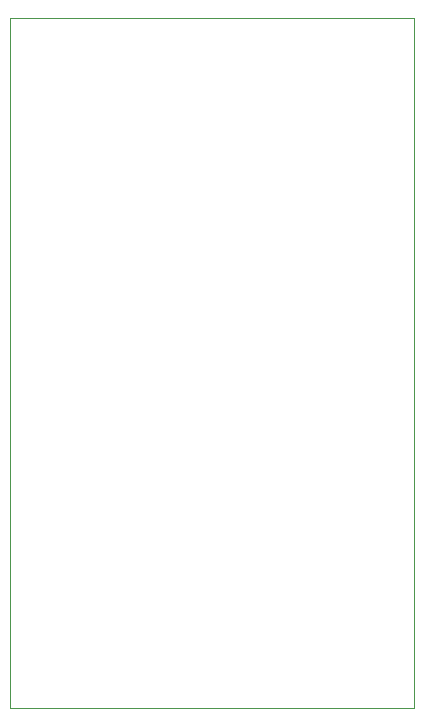
<source format=gm1>
%TF.GenerationSoftware,KiCad,Pcbnew,9.0.6-9.0.6~ubuntu24.04.1*%
%TF.CreationDate,2025-11-30T14:47:38-06:00*%
%TF.ProjectId,breadboard_power_supply,62726561-6462-46f6-9172-645f706f7765,Version 1*%
%TF.SameCoordinates,Original*%
%TF.FileFunction,Profile,NP*%
%FSLAX46Y46*%
G04 Gerber Fmt 4.6, Leading zero omitted, Abs format (unit mm)*
G04 Created by KiCad (PCBNEW 9.0.6-9.0.6~ubuntu24.04.1) date 2025-11-30 14:47:38*
%MOMM*%
%LPD*%
G01*
G04 APERTURE LIST*
%TA.AperFunction,Profile*%
%ADD10C,0.050000*%
%TD*%
G04 APERTURE END LIST*
D10*
X175641000Y-75906500D02*
X209804000Y-75906500D01*
X209804000Y-134402000D01*
X175641000Y-134402000D01*
X175641000Y-75906500D01*
M02*

</source>
